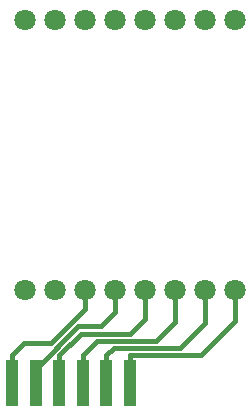
<source format=gbr>
%TF.GenerationSoftware,KiCad,Pcbnew,5.1.10-88a1d61d58~90~ubuntu20.04.1*%
%TF.CreationDate,2021-11-13T21:20:41-05:00*%
%TF.ProjectId,d1shield,64317368-6965-46c6-942e-6b696361645f,rev?*%
%TF.SameCoordinates,Original*%
%TF.FileFunction,Copper,L2,Bot*%
%TF.FilePolarity,Positive*%
%FSLAX46Y46*%
G04 Gerber Fmt 4.6, Leading zero omitted, Abs format (unit mm)*
G04 Created by KiCad (PCBNEW 5.1.10-88a1d61d58~90~ubuntu20.04.1) date 2021-11-13 21:20:41*
%MOMM*%
%LPD*%
G01*
G04 APERTURE LIST*
%TA.AperFunction,ComponentPad*%
%ADD10C,1.800000*%
%TD*%
%TA.AperFunction,ConnectorPad*%
%ADD11R,1.000000X4.000000*%
%TD*%
%TA.AperFunction,Conductor*%
%ADD12C,0.400000*%
%TD*%
G04 APERTURE END LIST*
D10*
%TO.P,U1,16*%
%TO.N,Net-(U1-Pad16)*%
X118110000Y-97270000D03*
%TO.P,U1,1*%
%TO.N,Net-(U1-Pad1)*%
X118110000Y-120130000D03*
%TO.P,U1,15*%
%TO.N,Net-(U1-Pad15)*%
X120650000Y-97270000D03*
%TO.P,U1,2*%
%TO.N,Net-(U1-Pad2)*%
X120650000Y-120130000D03*
%TO.P,U1,14*%
%TO.N,Net-(J2-Pad1)*%
X123190000Y-97270000D03*
%TO.P,U1,3*%
%TO.N,Net-(J1-Pad1)*%
X123190000Y-120130000D03*
%TO.P,U1,13*%
%TO.N,Net-(J2-Pad2)*%
X125730000Y-97270000D03*
%TO.P,U1,4*%
%TO.N,Net-(J1-Pad2)*%
X125730000Y-120130000D03*
%TO.P,U1,12*%
%TO.N,Net-(J2-Pad3)*%
X128270000Y-97270000D03*
%TO.P,U1,5*%
%TO.N,Net-(J1-Pad3)*%
X128270000Y-120130000D03*
%TO.P,U1,11*%
%TO.N,Net-(J2-Pad4)*%
X130810000Y-97270000D03*
%TO.P,U1,6*%
%TO.N,Net-(J1-Pad4)*%
X130810000Y-120130000D03*
%TO.P,U1,10*%
%TO.N,Net-(J2-Pad5)*%
X133350000Y-97270000D03*
%TO.P,U1,7*%
%TO.N,Net-(J1-Pad5)*%
X133350000Y-120130000D03*
%TO.P,U1,9*%
%TO.N,Net-(J2-Pad6)*%
X135890000Y-97270000D03*
%TO.P,U1,8*%
%TO.N,Net-(J1-Pad6)*%
X135890000Y-120130000D03*
%TD*%
D11*
%TO.P,J1,1*%
%TO.N,Net-(J1-Pad1)*%
X117000000Y-128000000D03*
%TO.P,J1,6*%
%TO.N,Net-(J1-Pad6)*%
X127000000Y-128000000D03*
%TO.P,J1,5*%
%TO.N,Net-(J1-Pad5)*%
X125000000Y-128000000D03*
%TO.P,J1,4*%
%TO.N,Net-(J1-Pad4)*%
X123000000Y-128000000D03*
%TO.P,J1,2*%
%TO.N,Net-(J1-Pad2)*%
X119000000Y-128000000D03*
%TO.P,J1,3*%
%TO.N,Net-(J1-Pad3)*%
X121000000Y-128000000D03*
%TD*%
D12*
%TO.N,Net-(J1-Pad1)*%
X117000000Y-125600000D02*
X117000000Y-128000000D01*
X118000000Y-124600000D02*
X117000000Y-125600000D01*
X120302916Y-124600000D02*
X118000000Y-124600000D01*
X123190000Y-121712916D02*
X120302916Y-124600000D01*
X123190000Y-120130000D02*
X123190000Y-121712916D01*
%TO.N,Net-(J1-Pad6)*%
X127000000Y-125600000D02*
X127025010Y-125574990D01*
X127000000Y-128000000D02*
X127000000Y-125600000D01*
X127025010Y-125574990D02*
X133025010Y-125574990D01*
X135890000Y-122710000D02*
X135890000Y-120130000D01*
X133025010Y-125574990D02*
X135890000Y-122710000D01*
%TO.N,Net-(J1-Pad5)*%
X125000000Y-125600000D02*
X125625020Y-124974980D01*
X125000000Y-128000000D02*
X125000000Y-125600000D01*
X125625020Y-124974980D02*
X131225020Y-124974980D01*
X133350000Y-122850000D02*
X133350000Y-120130000D01*
X131225020Y-124974980D02*
X133350000Y-122850000D01*
%TO.N,Net-(J1-Pad4)*%
X123000000Y-125600000D02*
X124225030Y-124374970D01*
X123000000Y-128000000D02*
X123000000Y-125600000D01*
X124225030Y-124374970D02*
X129225030Y-124374970D01*
X130810000Y-122790000D02*
X130810000Y-120130000D01*
X129225030Y-124374970D02*
X130810000Y-122790000D01*
%TO.N,Net-(J1-Pad2)*%
X119000000Y-128000000D02*
X119000000Y-126751458D01*
X119000000Y-126751458D02*
X122576508Y-123174950D01*
X122576508Y-123174950D02*
X124525050Y-123174950D01*
X125730000Y-121970000D02*
X125730000Y-120130000D01*
X124525050Y-123174950D02*
X125730000Y-121970000D01*
%TO.N,Net-(J1-Pad3)*%
X121000000Y-128000000D02*
X121000000Y-126500000D01*
X121000000Y-125600000D02*
X122825040Y-123774960D01*
X121000000Y-128000000D02*
X121000000Y-125600000D01*
X122825040Y-123774960D02*
X127025040Y-123774960D01*
X128270000Y-122530000D02*
X128270000Y-120130000D01*
X127025040Y-123774960D02*
X128270000Y-122530000D01*
%TD*%
M02*

</source>
